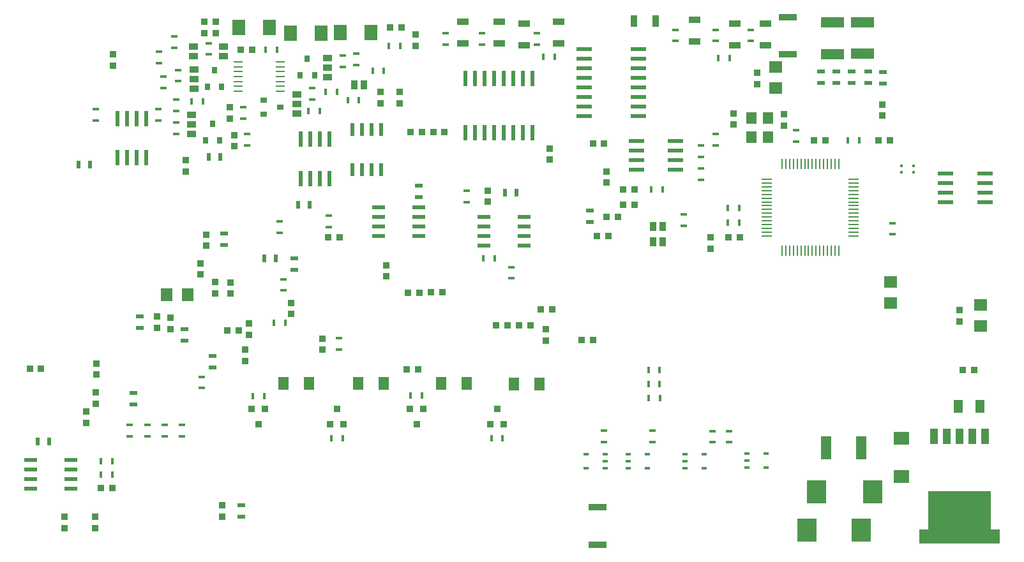
<source format=gbp>
G04 #@! TF.FileFunction,Paste,Bot*
%FSLAX46Y46*%
G04 Gerber Fmt 4.6, Leading zero omitted, Abs format (unit mm)*
G04 Created by KiCad (PCBNEW 4.0.2+dfsg1-2~bpo8+1-stable) date vie 30 sep 2016 00:33:51 ART*
%MOMM*%
G01*
G04 APERTURE LIST*
%ADD10C,0.150000*%
%ADD11R,2.148840X0.548640*%
%ADD12R,0.548640X2.148840*%
%ADD13R,0.863600X0.863600*%
%ADD14R,1.549400X1.752600*%
%ADD15R,0.949960X0.848360*%
%ADD16R,0.848360X0.949960*%
%ADD17R,1.752600X1.549400*%
%ADD18R,2.549200X3.149200*%
%ADD19R,1.473200X3.149600*%
%ADD20R,1.348740X1.747520*%
%ADD21R,0.584200X1.092200*%
%ADD22R,1.092200X0.584200*%
%ADD23R,0.914400X1.219200*%
%ADD24R,1.219200X0.914400*%
%ADD25R,3.149200X1.449200*%
%ADD26R,2.449200X0.949200*%
%ADD27R,1.649200X0.849200*%
%ADD28R,0.849200X1.649200*%
%ADD29R,2.649200X3.049200*%
%ADD30R,0.399200X0.399200*%
%ADD31R,1.019200X2.109200*%
%ADD32R,8.280400X6.934200*%
%ADD33R,10.744200X1.854200*%
%ADD34R,1.249680X0.248920*%
%ADD35R,0.203200X1.450340*%
%ADD36R,1.450340X0.203200*%
%ADD37R,0.551180X1.651000*%
%ADD38R,1.651000X0.551180*%
%ADD39R,0.711200X0.457200*%
%ADD40R,1.449200X1.649200*%
%ADD41R,2.148840X1.747520*%
%ADD42R,1.750060X2.148840*%
%ADD43R,1.290320X1.750060*%
%ADD44R,0.749300X0.949960*%
%ADD45R,0.949960X0.749300*%
%ADD46R,0.849200X0.449200*%
%ADD47R,0.449200X0.849200*%
G04 APERTURE END LIST*
D10*
D11*
X128278180Y-42736500D03*
X128278180Y-44006500D03*
X128278180Y-45276500D03*
X128278180Y-46546500D03*
X128278180Y-47816500D03*
X128278180Y-49086500D03*
X128278180Y-50356500D03*
X128278180Y-51626500D03*
X121079820Y-51626500D03*
X121079820Y-50356500D03*
X121079820Y-49086500D03*
X121079820Y-47816500D03*
X121079820Y-46546500D03*
X121079820Y-45276500D03*
X121079820Y-44006500D03*
X121079820Y-42736500D03*
D12*
X105375000Y-46617620D03*
X106645000Y-46617620D03*
X107915000Y-46617620D03*
X109185000Y-46617620D03*
X110455000Y-46617620D03*
X111725000Y-46617620D03*
X112995000Y-46617620D03*
X114265000Y-46617620D03*
X114265000Y-53815980D03*
X112995000Y-53815980D03*
X111725000Y-53815980D03*
X110455000Y-53815980D03*
X109185000Y-53815980D03*
X107915000Y-53815980D03*
X106645000Y-53815980D03*
X105375000Y-53815980D03*
D13*
X87436000Y-92491000D03*
X89214000Y-92491000D03*
X88325000Y-90459000D03*
X78764000Y-90509000D03*
X76986000Y-90509000D03*
X77875000Y-92541000D03*
D14*
X68527000Y-75290000D03*
X65733000Y-75290000D03*
D15*
X66200000Y-78348160D03*
X66200000Y-79851840D03*
X64430000Y-78218160D03*
X64430000Y-79721840D03*
X74220000Y-73688160D03*
X74220000Y-75191840D03*
X70196000Y-72634840D03*
X70196000Y-71131160D03*
D16*
X73773160Y-80025000D03*
X75276840Y-80025000D03*
D15*
X76675000Y-79173160D03*
X76675000Y-80676840D03*
X72160000Y-73648160D03*
X72160000Y-75151840D03*
X56353000Y-88301560D03*
X56353000Y-89805240D03*
X56429200Y-85944440D03*
X56429200Y-84440760D03*
D16*
X49078440Y-85141800D03*
X47574760Y-85141800D03*
D15*
X55075000Y-92351840D03*
X55075000Y-90848160D03*
X82240680Y-77892640D03*
X82240680Y-76388960D03*
D17*
X161737600Y-76455000D03*
X161737600Y-73661000D03*
D16*
X99599040Y-53696600D03*
X98095360Y-53696600D03*
D15*
X96612000Y-48398160D03*
X96612000Y-49901840D03*
D17*
X146475000Y-47897000D03*
X146475000Y-45103000D03*
D15*
X68245280Y-58992500D03*
X68245280Y-57488820D03*
X58575500Y-44923440D03*
X58575500Y-43419760D03*
D17*
X173669500Y-76709500D03*
X173669500Y-79503500D03*
D15*
X170875500Y-77354660D03*
X170875500Y-78858340D03*
D16*
X77043840Y-42800000D03*
X75540160Y-42800000D03*
D15*
X98771000Y-40778160D03*
X98771000Y-42281840D03*
X74736500Y-55617340D03*
X74736500Y-54113660D03*
X74101500Y-51934340D03*
X74101500Y-50430660D03*
D16*
X95352160Y-39879000D03*
X96855840Y-39879000D03*
D15*
X94834000Y-72888840D03*
X94834000Y-71385160D03*
X73085500Y-104766340D03*
X73085500Y-103262660D03*
D16*
X123754440Y-55284100D03*
X122250760Y-55284100D03*
D15*
X116551000Y-55891160D03*
X116551000Y-57394840D03*
X108296000Y-61479160D03*
X108296000Y-62982840D03*
X70945300Y-68824840D03*
X70945300Y-67321160D03*
D16*
X102591160Y-53737240D03*
X101087480Y-53737240D03*
X99268840Y-75032600D03*
X97765160Y-75032600D03*
X87173360Y-67692000D03*
X88677040Y-67692000D03*
X109423760Y-79426800D03*
X110927440Y-79426800D03*
X100787760Y-75007200D03*
X102291440Y-75007200D03*
D15*
X116011500Y-81398340D03*
X116011500Y-79894660D03*
D16*
X126276660Y-63386700D03*
X127780340Y-63386700D03*
X113969340Y-79376500D03*
X112465660Y-79376500D03*
X115316560Y-77242400D03*
X116820240Y-77242400D03*
D15*
X137887000Y-67702160D03*
X137887000Y-69205840D03*
X94072000Y-48398160D03*
X94072000Y-49901840D03*
D16*
X153116840Y-54865000D03*
X151613160Y-54865000D03*
X141717320Y-67681840D03*
X140213640Y-67681840D03*
X160122160Y-54865000D03*
X161625840Y-54865000D03*
D15*
X140900000Y-51248160D03*
X140900000Y-52751840D03*
X147600000Y-51348160D03*
X147600000Y-52851840D03*
X160645400Y-51565540D03*
X160645400Y-50061860D03*
X86406280Y-82637360D03*
X86406280Y-81133680D03*
X124044000Y-58939160D03*
X124044000Y-60442840D03*
D16*
X124318320Y-67531980D03*
X122814640Y-67531980D03*
X125598480Y-65017380D03*
X124094800Y-65017380D03*
X127780340Y-61380100D03*
X126276660Y-61380100D03*
X72217840Y-40641000D03*
X70714160Y-40641000D03*
X72217840Y-39117000D03*
X70714160Y-39117000D03*
X99051840Y-85200000D03*
X97548160Y-85200000D03*
D15*
X52162000Y-106289840D03*
X52162000Y-104786160D03*
X56251400Y-106315240D03*
X56251400Y-104811560D03*
D16*
X56998160Y-100966000D03*
X58501840Y-100966000D03*
D15*
X76114200Y-82586560D03*
X76114200Y-84090240D03*
X144000000Y-47351840D03*
X144000000Y-45848160D03*
D16*
X120777560Y-81331800D03*
X122281240Y-81331800D03*
X171298160Y-85345000D03*
X172801840Y-85345000D03*
D18*
X150625000Y-106600000D03*
X157825000Y-106600000D03*
D19*
X153175500Y-95650000D03*
X157874500Y-95650000D03*
D20*
X91150740Y-87125000D03*
X94549260Y-87125000D03*
X81200740Y-87075000D03*
X84599260Y-87075000D03*
X111775740Y-87175000D03*
X115174260Y-87175000D03*
X102100740Y-87125000D03*
X105499260Y-87125000D03*
D21*
X71307500Y-57024500D03*
X72831500Y-57024500D03*
X55565600Y-58065400D03*
X54041600Y-58065400D03*
D22*
X121859600Y-65685400D03*
X121859600Y-64161400D03*
X75625500Y-103252500D03*
X75625500Y-104776500D03*
D23*
X131537000Y-66295000D03*
X130267000Y-66295000D03*
X131537000Y-68327000D03*
X130267000Y-68327000D03*
D24*
X87055500Y-46483500D03*
X87055500Y-45213500D03*
X87055500Y-43943500D03*
D23*
X90611500Y-47499500D03*
X91881500Y-47499500D03*
D24*
X82991500Y-48769500D03*
X82991500Y-50039500D03*
X82991500Y-51309500D03*
X73244000Y-42419000D03*
X73244000Y-43689000D03*
X69021500Y-53976500D03*
X69021500Y-52706500D03*
X69021500Y-51436500D03*
X69307000Y-42419000D03*
X69307000Y-43689000D03*
X69402500Y-48007500D03*
X69402500Y-46737500D03*
X69402500Y-45467500D03*
D22*
X68100000Y-79900000D03*
X68100000Y-81424000D03*
D25*
X158029200Y-39150600D03*
X158029200Y-43350600D03*
X154066800Y-39201400D03*
X154066800Y-43401400D03*
D22*
X82642000Y-72010000D03*
X82642000Y-70486000D03*
D21*
X80203600Y-70473300D03*
X78679600Y-70473300D03*
X84699400Y-63348600D03*
X83175400Y-63348600D03*
D22*
X73383700Y-67209400D03*
X73383700Y-68733400D03*
X61356800Y-88380300D03*
X61356800Y-89904300D03*
X62150000Y-78228000D03*
X62150000Y-79752000D03*
X99202800Y-62358000D03*
X99202800Y-60834000D03*
D21*
X110569300Y-61773800D03*
X112093300Y-61773800D03*
X48628000Y-94790000D03*
X50152000Y-94790000D03*
D22*
X71796200Y-84989400D03*
X71796200Y-83465400D03*
X158791200Y-45721000D03*
X158791200Y-47245000D03*
X160696200Y-47295800D03*
X160696200Y-45771800D03*
X156581400Y-47245000D03*
X156581400Y-45721000D03*
X152517400Y-45721000D03*
X152517400Y-47245000D03*
X154524000Y-47245000D03*
X154524000Y-45721000D03*
D26*
X148097800Y-43370400D03*
X148097800Y-38470400D03*
D27*
X145126000Y-39318000D03*
X145126000Y-42218000D03*
X141062000Y-39318000D03*
X141062000Y-42218000D03*
X135728000Y-38810000D03*
X135728000Y-41710000D03*
D28*
X127674000Y-38990000D03*
X130574000Y-38990000D03*
D27*
X117694000Y-39064000D03*
X117694000Y-41964000D03*
X113122000Y-39318000D03*
X113122000Y-42218000D03*
X109820000Y-39064000D03*
X109820000Y-41964000D03*
X104994000Y-39064000D03*
X104994000Y-41964000D03*
D29*
X151935500Y-101474500D03*
X159335500Y-101525300D03*
D26*
X122901000Y-108546000D03*
X122901000Y-103546000D03*
D30*
X164800840Y-59045840D03*
X163200840Y-59045840D03*
X163200840Y-58195840D03*
X164800840Y-58195840D03*
D31*
X170875500Y-94159300D03*
X172577300Y-94159300D03*
X174279100Y-94159300D03*
X169173700Y-94159300D03*
X167471900Y-94159300D03*
D32*
X170875500Y-104840000D03*
D33*
X170875500Y-107380000D03*
D12*
X63007800Y-57158620D03*
X61737800Y-57158620D03*
X60467800Y-57158620D03*
X59197800Y-57158620D03*
X59197800Y-51961780D03*
X60467800Y-51961780D03*
X61737800Y-51961780D03*
X63007800Y-51961780D03*
D11*
X174254720Y-59195700D03*
X174254720Y-60465700D03*
X174254720Y-61735700D03*
X174254720Y-63005700D03*
X169057880Y-63005700D03*
X169057880Y-61735700D03*
X169057880Y-60465700D03*
X169057880Y-59195700D03*
D34*
X80832500Y-44426100D03*
X80832500Y-45061100D03*
X80832500Y-45721500D03*
X80832500Y-46356500D03*
X80832500Y-47016900D03*
X80832500Y-47664600D03*
X80832500Y-48312300D03*
X75244500Y-48312300D03*
X75244500Y-47664600D03*
X75244500Y-47016900D03*
X75244500Y-46356500D03*
X75244500Y-45708800D03*
X75244500Y-45061100D03*
X75244500Y-44413400D03*
D35*
X147348500Y-58004440D03*
X147848880Y-58004440D03*
X148349260Y-58004440D03*
X148849640Y-58004440D03*
X149350020Y-58004440D03*
X149847860Y-58004440D03*
X150348240Y-58004440D03*
X150848620Y-58004440D03*
X151346460Y-58004440D03*
X151846840Y-58004440D03*
X152347220Y-58004440D03*
X152845060Y-58004440D03*
X153345440Y-58004440D03*
X153845820Y-58004440D03*
X154346200Y-58004440D03*
X154846580Y-58004440D03*
D36*
X156845560Y-60003420D03*
X156845560Y-60503800D03*
X156845560Y-61004180D03*
X156845560Y-61504560D03*
X156845560Y-62004940D03*
X156845560Y-62502780D03*
X156845560Y-63003160D03*
X156845560Y-63503540D03*
X156845560Y-64001380D03*
X156845560Y-64501760D03*
X156845560Y-65002140D03*
X156845560Y-65499980D03*
X156845560Y-66000360D03*
X156845560Y-66500740D03*
X156845560Y-67001120D03*
X156845560Y-67501500D03*
D35*
X154846580Y-69500480D03*
X154346200Y-69500480D03*
X153845820Y-69500480D03*
X153345440Y-69500480D03*
X152845060Y-69500480D03*
X152347220Y-69500480D03*
X151846840Y-69500480D03*
X151346460Y-69500480D03*
X150848620Y-69500480D03*
X150348240Y-69500480D03*
X149847860Y-69500480D03*
X149350020Y-69500480D03*
X148849640Y-69500480D03*
X148349260Y-69500480D03*
X147848880Y-69500480D03*
X147348500Y-69500480D03*
D36*
X145349520Y-67501500D03*
X145349520Y-67001120D03*
X145349520Y-66500740D03*
X145349520Y-66000360D03*
X145349520Y-65499980D03*
X145349520Y-65002140D03*
X145349520Y-64501760D03*
X145349520Y-64001380D03*
X145349520Y-63503540D03*
X145349520Y-63003160D03*
X145349520Y-62502780D03*
X145349520Y-62004940D03*
X145349520Y-61504560D03*
X145349520Y-61004180D03*
X145349520Y-60503800D03*
X145349520Y-60003420D03*
D11*
X133208320Y-54890400D03*
X133208320Y-56160400D03*
X133208320Y-57430400D03*
X133208320Y-58700400D03*
X128011480Y-58700400D03*
X128011480Y-57430400D03*
X128011480Y-56160400D03*
X128011480Y-54890400D03*
D37*
X90391540Y-53432440D03*
X91661540Y-53432440D03*
X92929000Y-53432440D03*
X94199000Y-53432440D03*
X94199000Y-58730880D03*
X92929000Y-58730880D03*
X91661540Y-58730880D03*
X90391540Y-58730880D03*
D38*
X52984960Y-97285540D03*
X52984960Y-98555540D03*
X52984960Y-99823000D03*
X52984960Y-101093000D03*
X47686520Y-101093000D03*
X47686520Y-99823000D03*
X47686520Y-98555540D03*
X47686520Y-97285540D03*
D39*
X142662200Y-98286300D03*
X142662200Y-96381300D03*
X145202200Y-98286300D03*
X142662200Y-97333800D03*
X145202200Y-96381300D03*
D12*
X83531000Y-54679580D03*
X84801000Y-54679580D03*
X86071000Y-54679580D03*
X87341000Y-54679580D03*
X87341000Y-59876420D03*
X86071000Y-59876420D03*
X84801000Y-59876420D03*
X83531000Y-59876420D03*
D39*
X126965000Y-98362500D03*
X126965000Y-96457500D03*
X129505000Y-98362500D03*
X126965000Y-97410000D03*
X129505000Y-96457500D03*
X134432600Y-98362500D03*
X134432600Y-96457500D03*
X136972600Y-98362500D03*
X134432600Y-97410000D03*
X136972600Y-96457500D03*
X123891600Y-96457500D03*
X123891600Y-98362500D03*
X121351600Y-96457500D03*
X123891600Y-97410000D03*
X121351600Y-98362500D03*
D40*
X143300000Y-54400000D03*
X143300000Y-51860000D03*
X145509800Y-51860000D03*
X145509800Y-54400000D03*
D41*
X163200000Y-94352380D03*
X163200000Y-99447620D03*
D42*
X88763400Y-40514000D03*
X92776600Y-40514000D03*
X82159400Y-40641000D03*
X86172600Y-40641000D03*
X75301400Y-39879000D03*
X79314600Y-39879000D03*
D43*
X173558760Y-90102420D03*
X170703800Y-90102420D03*
D44*
X84388500Y-43986680D03*
X83436000Y-46186320D03*
X85341000Y-46186320D03*
D45*
X80789320Y-50420500D03*
X78589680Y-49468000D03*
X78589680Y-51373000D03*
D44*
X71815500Y-52622680D03*
X70863000Y-54822320D03*
X72768000Y-54822320D03*
X72069500Y-45510680D03*
X71117000Y-47710320D03*
X73022000Y-47710320D03*
D46*
X56289500Y-50711400D03*
X56289500Y-52211400D03*
X64608000Y-52186000D03*
X64608000Y-50686000D03*
X90865500Y-44820500D03*
X90865500Y-43320500D03*
D47*
X80344000Y-42800000D03*
X78844000Y-42800000D03*
D46*
X89087500Y-45074500D03*
X89087500Y-43574500D03*
D47*
X95227000Y-42292000D03*
X96727000Y-42292000D03*
D46*
X76387500Y-53988500D03*
X76387500Y-55488500D03*
D47*
X94536500Y-45594500D03*
X93036500Y-45594500D03*
D46*
X75879500Y-50432500D03*
X75879500Y-51932500D03*
D47*
X89734500Y-49531500D03*
X91234500Y-49531500D03*
X84527500Y-50928500D03*
X86027500Y-50928500D03*
X86813500Y-48388500D03*
X88313500Y-48388500D03*
D46*
X85023500Y-47892500D03*
X85023500Y-49392500D03*
X143221000Y-41645000D03*
X143221000Y-40145000D03*
D47*
X138915000Y-43943000D03*
X140415000Y-43943000D03*
D46*
X138522000Y-41645000D03*
X138522000Y-40145000D03*
X133188000Y-41645000D03*
X133188000Y-40145000D03*
X114823800Y-40627600D03*
X114823800Y-42127600D03*
X107508600Y-40627600D03*
X107508600Y-42127600D03*
X102708000Y-40627600D03*
X102708000Y-42127600D03*
X70386500Y-87720600D03*
X70386500Y-86220600D03*
X162017000Y-67299000D03*
X162017000Y-65799000D03*
X134331000Y-66156000D03*
X134331000Y-64656000D03*
X87214000Y-64859200D03*
X87214000Y-66359200D03*
X111471000Y-71641000D03*
X111471000Y-73141000D03*
X80737000Y-65570400D03*
X80737000Y-67070400D03*
D47*
X141685000Y-65723500D03*
X140185000Y-65723500D03*
D46*
X149190000Y-53480000D03*
X149190000Y-54980000D03*
D47*
X157560000Y-54865000D03*
X156060000Y-54865000D03*
D46*
X105552800Y-61557200D03*
X105552800Y-63057200D03*
D47*
X107750000Y-70525000D03*
X109250000Y-70525000D03*
X129974200Y-61380100D03*
X131474200Y-61380100D03*
D46*
X136617000Y-55512000D03*
X136617000Y-57012000D03*
X138522000Y-55488000D03*
X138522000Y-53988000D03*
X136617000Y-58560000D03*
X136617000Y-60060000D03*
X123739200Y-94883400D03*
X123739200Y-93383400D03*
X138115600Y-94908800D03*
X138115600Y-93408800D03*
D47*
X89100000Y-94400000D03*
X87600000Y-94400000D03*
X77175000Y-88750000D03*
X78675000Y-88750000D03*
X79950000Y-79075000D03*
X81450000Y-79075000D03*
X115661300Y-43727100D03*
X117161300Y-43727100D03*
X110300000Y-94400000D03*
X108800000Y-94400000D03*
X98050000Y-88700000D03*
X99550000Y-88700000D03*
X129618600Y-87186500D03*
X131118600Y-87186500D03*
X129631300Y-89078800D03*
X131131300Y-89078800D03*
X129618600Y-85294200D03*
X131118600Y-85294200D03*
X69033500Y-49658500D03*
X70533500Y-49658500D03*
D46*
X66989500Y-50916500D03*
X66989500Y-49416500D03*
X71310000Y-43430000D03*
X71310000Y-41930000D03*
X66989500Y-53964500D03*
X66989500Y-52464500D03*
X64703500Y-44566500D03*
X64703500Y-43066500D03*
X67243500Y-46979500D03*
X67243500Y-45479500D03*
X66767000Y-41034000D03*
X66767000Y-42534000D03*
X65338500Y-47868500D03*
X65338500Y-46368500D03*
X67751500Y-92596500D03*
X67751500Y-94096500D03*
X65465500Y-92596500D03*
X65465500Y-94096500D03*
X63211000Y-92596000D03*
X63211000Y-94096000D03*
X60798000Y-92596000D03*
X60798000Y-94096000D03*
X81206900Y-74766600D03*
X81206900Y-73266600D03*
D47*
X58500000Y-99188000D03*
X57000000Y-99188000D03*
X141685000Y-63818500D03*
X140185000Y-63818500D03*
D46*
X88611000Y-82589800D03*
X88611000Y-81089800D03*
D47*
X58500000Y-97410000D03*
X57000000Y-97410000D03*
D46*
X140300000Y-94921500D03*
X140300000Y-93421500D03*
X130140000Y-93358000D03*
X130140000Y-94858000D03*
D38*
X99136760Y-63757540D03*
X99136760Y-65027540D03*
X99136760Y-66295000D03*
X99136760Y-67565000D03*
X93838320Y-67565000D03*
X93838320Y-66295000D03*
X93838320Y-65027540D03*
X93838320Y-63757540D03*
X113106760Y-65027540D03*
X113106760Y-66297540D03*
X113106760Y-67565000D03*
X113106760Y-68835000D03*
X107808320Y-68835000D03*
X107808320Y-67565000D03*
X107808320Y-66297540D03*
X107808320Y-65027540D03*
D13*
X108686000Y-92491000D03*
X110464000Y-92491000D03*
X109575000Y-90459000D03*
X99789000Y-90459000D03*
X98011000Y-90459000D03*
X98900000Y-92491000D03*
M02*

</source>
